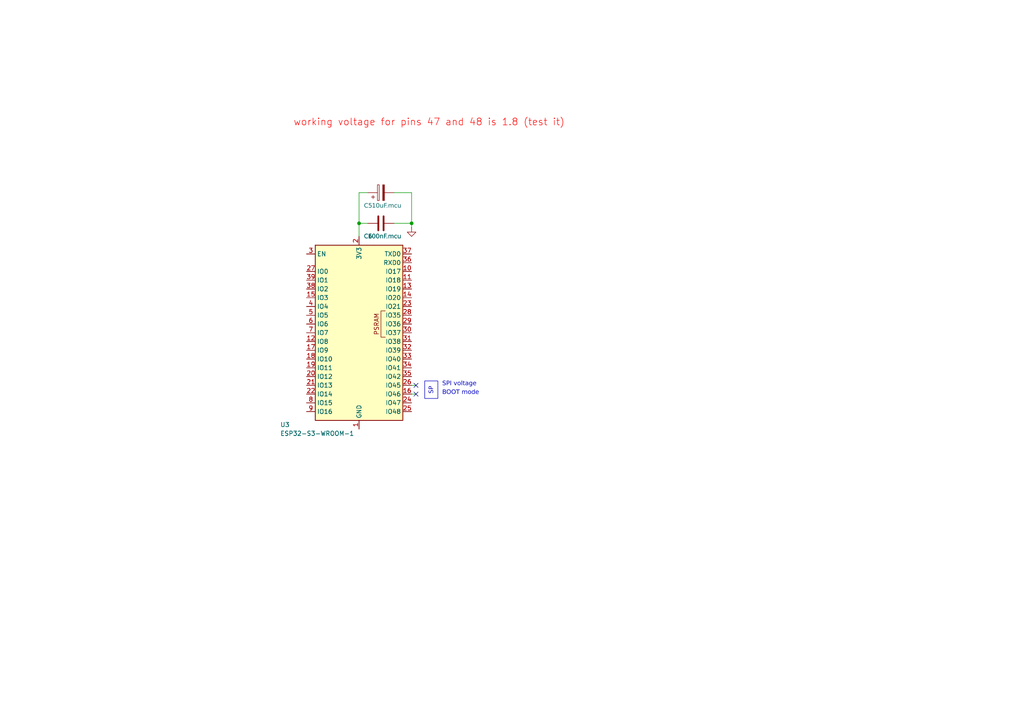
<source format=kicad_sch>
(kicad_sch (version 20231120) (generator "eeschema") (generator_version "8.0")
  (paper "A4")
  (title_block (title "SUMEC_MK_IV") (date "2024-07-01") (company "SPS NA PROSEKU") (comment 1 "SAVVA POPOV"))
  (lib_symbols
    (symbol "Device:C" (pin_numbers hide) (pin_names (offset 0.254))
      (property "Reference" "C" (at 0.635 2.54 0))
      (property "Value" "C" (at 0.635 -2.54 0))
      (symbol "C_0_1"
        (polyline (pts (xy -2.032 -0.762) (xy 2.032 -0.762)) (stroke (width 0.508)))
        (polyline (pts (xy -2.032 0.762) (xy 2.032 0.762)) (stroke (width 0.508)))
      )
      (symbol "C_1_1"
        (pin passive line (at 0 3.81 270) (length 2.794) (name "~") (number "1"))
        (pin passive line (at 0 -3.81 90) (length 2.794) (name "~") (number "2"))
      )
    )
    (symbol "Device:C_Polarized" (pin_numbers hide) (pin_names (offset 0.254))
      (property "Reference" "C" (at 0.635 2.54 0))
      (property "Value" "C_Polarized" (at 0.635 -2.54 0))
      (symbol "C_Polarized_0_1"
        (rectangle (start -2.286 0.508) (end 2.286 1.016))
        (polyline (pts (xy -1.778 2.286) (xy -0.762 2.286)))
        (polyline (pts (xy -1.27 2.794) (xy -1.27 1.778)))
        (rectangle (start 2.286 -0.508) (end -2.286 -1.016) (fill (type outline)))
      )
      (symbol "C_Polarized_1_1"
        (pin passive line (at 0 3.81 270) (length 2.794) (name "~") (number "1"))
        (pin passive line (at 0 -3.81 90) (length 2.794) (name "~") (number "2"))
      )
    )
    (symbol "Device:LED" (pin_numbers hide) (pin_names (offset 1.016) hide)
      (property "Reference" "D" (at 0 2.54 0))
      (property "Value" "LED" (at 0 -2.54 0))
      (symbol "LED_0_1"
        (polyline (pts (xy -1.27 -1.27) (xy -1.27 1.27)) (stroke (width 0.254)))
        (polyline (pts (xy -1.27 0) (xy 1.27 0)))
        (polyline (pts (xy 1.27 -1.27) (xy 1.27 1.27) (xy -1.27 0) (xy 1.27 -1.27)) (stroke (width 0.254)))
        (polyline (pts (xy -3.048 -0.762) (xy -4.572 -2.286) (xy -3.81 -2.286) (xy -4.572 -2.286) (xy -4.572 -1.524)))
        (polyline (pts (xy -1.778 -0.762) (xy -3.302 -2.286) (xy -2.54 -2.286) (xy -3.302 -2.286) (xy -3.302 -1.524)))
      )
      (symbol "LED_1_1"
        (pin passive line (at -3.81 0 0) (length 2.54) (name "K") (number "1"))
        (pin passive line (at 3.81 0 180) (length 2.54) (name "A") (number "2"))
      )
    )
    (symbol "Device:R" (pin_numbers hide) (pin_names (offset 0))
      (property "Reference" "R" (at 2.032 0 90))
      (property "Value" "R" (at 0 0 90))
      (symbol "R_0_1"
        (rectangle (start -1.016 -2.54) (end 1.016 2.54) (stroke (width 0.254)))
      )
      (symbol "R_1_1"
        (pin passive line (at 0 3.81 270) (length 1.27) (name "~") (number "1"))
        (pin passive line (at 0 -3.81 90) (length 1.27) (name "~") (number "2"))
      )
    )
    (symbol "GND_1" (power) (pin_numbers hide) (pin_names (offset 0) hide)
      (property "Value" "GND" (at 0 -3.81 0))
      (symbol "GND_1_0_1"
        (polyline (pts (xy 0 0) (xy 0 -1.27) (xy 1.27 -1.27) (xy 0 -2.54) (xy -1.27 -1.27) (xy 0 -1.27)))
      )
      (symbol "GND_1_1_1"
        (pin power_in line (at 0 0 270) (length 0) (name "~") (number "1"))
      )
    )
    (symbol "PCM_Espressif:ESP32-S3-WROOM-1" (pin_names (offset 1.016))
      (property "Reference" "U" (at -43.18 43.18 0))
      (property "Value" "ESP32-S3-WROOM-1" (at -43.18 40.64 0))
      (symbol "ESP32-S3-WROOM-1_0_0"
        (text "ESP32-S3-WROOM-1" (at -20.32 0 0) (effects (font (size 2.54 2.54))))
        (pin power_in line (at 0 -40.64 90) (length 2.54) (name "GND") (number "1"))
        (pin bidirectional line (at 45.72 -17.78 180) (length 2.54) (name "GPIO17/U1TXD/ADC2_CH6") (number "10"))
        (pin bidirectional line (at 45.72 -20.32 180) (length 2.54) (name "GPIO18/U1RXD/ADC2_CH7/CLK_OUT3") (number "11"))
        (pin bidirectional line (at 45.72 0 180) (length 2.54) (name "GPIO8/TOUCH8/ADC1_CH7/SUBSPICS1") (number "12"))
        (pin bidirectional line (at 45.72 25.4 180) (length 2.54) (name "GPIO19/U1RTS/ADC2_CH8/CLK_OUT2/USB_D-") (number "13"))
        (pin bidirectional line (at 45.72 27.94 180) (length 2.54) (name "GPIO20/U1CTS/ADC2_CH9/CLK_OUT1/USB_D+") (number "14"))
        (pin bidirectional line (at 45.72 12.7 180) (length 2.54) (name "GPIO3/TOUCH3/ADC1_CH2") (number "15"))
        (pin bidirectional line (at 45.72 -30.48 180) (length 2.54) (name "GPIO46") (number "16"))
        (pin bidirectional line (at 45.72 -2.54 180) (length 2.54) (name "GPIO9/TOUCH9/ADC1_CH8/FSPIHD/SUBSPIHD") (number "17"))
        (pin bidirectional line (at 45.72 -5.08 180) (length 2.54) (name "GPIO10/TOUCH10/ADC1_CH9/FSPICS0/FSPIIO4/SUBSPICS0") (number "18"))
        (pin bidirectional line (at 45.72 -7.62 180) (length 2.54) (name "GPIO11/TOUCH11/ADC2_CH0/FSPID/FSPIIO5/SUBSPID") (number "19"))
        (pin power_in line (at 0 40.64 270) (length 2.54) (name "3V3") (number "2"))
        (pin bidirectional line (at 45.72 -10.16 180) (length 2.54) (name "GPIO12/TOUCH12/ADC2_CH1/FSPICLK/FSPIIO6/SUBSPICLK") (number "20"))
        (pin bidirectional line (at 45.72 -12.7 180) (length 2.54) (name "GPIO13/TOUCH13/ADC2_CH2/FSPIQ/FSPIIO7/SUBSPIQ") (number "21"))
        (pin bidirectional line (at 45.72 -15.24 180) (length 2.54) (name "GPIO14/TOUCH14/ADC2_CH3/FSPIWP/FSPIDQS/SUBSPIWP") (number "22"))
        (pin bidirectional line (at 45.72 -22.86 180) (length 2.54) (name "GPIO21") (number "23"))
        (pin bidirectional line (at 45.72 -33.02 180) (length 2.54) (name "GPIO47/SPICLK_P/SUBSPICLK_P_DIFF") (number "24"))
        (pin bidirectional line (at 45.72 -35.56 180) (length 2.54) (name "GPIO48/SPICLK_N/SUBSPICLK_N_DIFF") (number "25"))
        (pin bidirectional line (at 45.72 -27.94 180) (length 2.54) (name "GPIO45") (number "26"))
        (pin bidirectional line (at 45.72 20.32 180) (length 2.54) (name "GPIO0/BOOT") (number "27"))
        (pin bidirectional line (at -45.72 -30.48 0) (length 2.54) (name "SPIIO6/GPIO35/FSPID/SUBSPID") (number "28"))
        (pin bidirectional line (at -45.72 -33.02 0) (length 2.54) (name "SPIIO7/GPIO36/FSPICLK/SUBSPICLK") (number "29"))
        (pin input line (at -45.72 35.56 0) (length 2.54) (name "EN") (number "3"))
        (pin bidirectional line (at -45.72 -35.56 0) (length 2.54) (name "SPIDQS/GPIO37/FSPIQ/SUBSPIQ") (number "30"))
        (pin bidirectional line (at 45.72 -25.4 180) (length 2.54) (name "GPIO38/FSPIWP/SUBSPIWP") (number "31"))
        (pin bidirectional line (at -45.72 20.32 0) (length 2.54) (name "MTCK/GPIO39/CLK_OUT3/SUBSPICS1") (number "32"))
        (pin bidirectional line (at -45.72 17.78 0) (length 2.54) (name "MTDO/GPIO40/CLK_OUT2") (number "33"))
        (pin bidirectional line (at -45.72 15.24 0) (length 2.54) (name "MTDI/GPIO41/CLK_OUT1") (number "34"))
        (pin bidirectional line (at -45.72 12.7 0) (length 2.54) (name "MTMS/GPIO42") (number "35"))
        (pin bidirectional line (at 45.72 33.02 180) (length 2.54) (name "U0RXD/GPIO44/CLK_OUT2") (number "36"))
        (pin bidirectional line (at 45.72 35.56 180) (length 2.54) (name "U0TXD/GPIO43/CLK_OUT1") (number "37"))
        (pin bidirectional line (at 45.72 15.24 180) (length 2.54) (name "GPIO2/TOUCH2/ADC1_CH1") (number "38"))
        (pin bidirectional line (at 45.72 17.78 180) (length 2.54) (name "GPIO1/TOUCH1/ADC1_CH0") (number "39"))
        (pin bidirectional line (at 45.72 10.16 180) (length 2.54) (name "GPIO4/TOUCH4/ADC1_CH3") (number "4"))
        (pin passive line (at 0 -40.64 90) (length 2.54) hide (name "GND") (number "40"))
        (pin passive line (at 0 -40.64 90) (length 2.54) hide (name "GND") (number "41"))
        (pin bidirectional line (at 45.72 7.62 180) (length 2.54) (name "GPIO5/TOUCH5/ADC1_CH4") (number "5"))
        (pin bidirectional line (at 45.72 5.08 180) (length 2.54) (name "GPIO6/TOUCH6/ADC1_CH5") (number "6"))
        (pin bidirectional line (at 45.72 2.54 180) (length 2.54) (name "GPIO7/TOUCH7/ADC1_CH6") (number "7"))
        (pin bidirectional line (at -45.72 27.94 0) (length 2.54) (name "GPIO15/U0RTS/ADC2_CH4/XTAL_32K_P") (number "8"))
        (pin bidirectional line (at -45.72 25.4 0) (length 2.54) (name "GPIO16/U0CTS/ADC2_CH5/XTAL_32K_N") (number "9"))
      )
      (symbol "ESP32-S3-WROOM-1_0_1"
        (rectangle (start -43.18 38.1) (end 43.18 -38.1) (fill (type background)))
      )
    )
    (symbol "RF_Module:ESP32-S3-WROOM-1"
      (property "Reference" "U" (at -12.7 26.67 0))
      (property "Value" "ESP32-S3-WROOM-1" (at 12.7 26.67 0))
      (symbol "ESP32-S3-WROOM-1_0_0"
        (rectangle (start -12.7 25.4) (end 12.7 -25.4) (stroke (width 0.254)) (fill (type background)))
        (text "PSRAM" (at 5.08 2.54 900) (effects (font (size 1.27 1.27))))
      )
      (symbol "ESP32-S3-WROOM-1_0_1"
        (polyline (pts (xy 7.62 -1.27) (xy 6.35 -1.27) (xy 6.35 6.35) (xy 7.62 6.35)))
      )
      (symbol "ESP32-S3-WROOM-1_1_1"
        (pin power_in line (at 0 -27.94 90) (length 2.54) (name "GND") (number "1"))
        (pin bidirectional line (at 15.24 17.78 180) (length 2.54) (name "IO17") (number "10"))
        (pin bidirectional line (at 15.24 15.24 180) (length 2.54) (name "IO18") (number "11"))
        (pin bidirectional line (at -15.24 -2.54 0) (length 2.54) (name "IO8") (number "12"))
        (pin bidirectional line (at 15.24 12.7 180) (length 2.54) (name "IO19") (number "13"))
        (pin bidirectional line (at 15.24 10.16 180) (length 2.54) (name "IO20") (number "14"))
        (pin bidirectional line (at -15.24 10.16 0) (length 2.54) (name "IO3") (number "15"))
        (pin bidirectional line (at 15.24 -17.78 180) (length 2.54) (name "IO46") (number "16"))
        (pin bidirectional line (at -15.24 -5.08 0) (length 2.54) (name "IO9") (number "17"))
        (pin bidirectional line (at -15.24 -7.62 0) (length 2.54) (name "IO10") (number "18"))
        (pin bidirectional line (at -15.24 -10.16 0) (length 2.54) (name "IO11") (number "19"))
        (pin power_in line (at 0 27.94 270) (length 2.54) (name "3V3") (number "2"))
        (pin bidirectional line (at -15.24 -12.7 0) (length 2.54) (name "IO12") (number "20"))
        (pin bidirectional line (at -15.24 -15.24 0) (length 2.54) (name "IO13") (number "21"))
        (pin bidirectional line (at -15.24 -17.78 0) (length 2.54) (name "IO14") (number "22"))
        (pin bidirectional line (at 15.24 7.62 180) (length 2.54) (name "IO21") (number "23"))
        (pin bidirectional line (at 15.24 -20.32 180) (length 2.54) (name "IO47") (number "24"))
        (pin bidirectional line (at 15.24 -22.86 180) (length 2.54) (name "IO48") (number "25"))
        (pin bidirectional line (at 15.24 -15.24 180) (length 2.54) (name "IO45") (number "26"))
        (pin bidirectional line (at -15.24 17.78 0) (length 2.54) (name "IO0") (number "27"))
        (pin bidirectional line (at 15.24 5.08 180) (length 2.54) (name "IO35") (number "28"))
        (pin bidirectional line (at 15.24 2.54 180) (length 2.54) (name "IO36") (number "29"))
        (pin input line (at -15.24 22.86 0) (length 2.54) (name "EN") (number "3"))
        (pin bidirectional line (at 15.24 0 180) (length 2.54) (name "IO37") (number "30"))
        (pin bidirectional line (at 15.24 -2.54 180) (length 2.54) (name "IO38") (number "31"))
        (pin bidirectional line (at 15.24 -5.08 180) (length 2.54) (name "IO39") (number "32"))
        (pin bidirectional line (at 15.24 -7.62 180) (length 2.54) (name "IO40") (number "33"))
        (pin bidirectional line (at 15.24 -10.16 180) (length 2.54) (name "IO41") (number "34"))
        (pin bidirectional line (at 15.24 -12.7 180) (length 2.54) (name "IO42") (number "35"))
        (pin bidirectional line (at 15.24 20.32 180) (length 2.54) (name "RXD0") (number "36"))
        (pin bidirectional line (at 15.24 22.86 180) (length 2.54) (name "TXD0") (number "37"))
        (pin bidirectional line (at -15.24 12.7 0) (length 2.54) (name "IO2") (number "38"))
        (pin bidirectional line (at -15.24 15.24 0) (length 2.54) (name "IO1") (number "39"))
        (pin bidirectional line (at -15.24 7.62 0) (length 2.54) (name "IO4") (number "4"))
        (pin passive line (at 0 -27.94 90) (length 2.54) hide (name "GND") (number "40"))
        (pin passive line (at 0 -27.94 90) (length 2.54) hide (name "GND") (number "41"))
        (pin bidirectional line (at -15.24 5.08 0) (length 2.54) (name "IO5") (number "5"))
        (pin bidirectional line (at -15.24 2.54 0) (length 2.54) (name "IO6") (number "6"))
        (pin bidirectional line (at -15.24 0 0) (length 2.54) (name "IO7") (number "7"))
        (pin bidirectional line (at -15.24 -20.32 0) (length 2.54) (name "IO15") (number "8"))
        (pin bidirectional line (at -15.24 -22.86 0) (length 2.54) (name "IO16") (number "9"))
      )
    )
    (symbol "power:+12V" (power) (pin_names (offset 0))
      (property "Value" "+12V" (at 0 3.556 0))
      (symbol "+12V_0_1"
        (polyline (pts (xy -0.762 1.27) (xy 0 2.54)))
        (polyline (pts (xy 0 0) (xy 0 2.54)))
        (polyline (pts (xy 0 2.54) (xy 0.762 1.27)))
      )
      (symbol "+12V_1_1"
        (pin power_in line (at 0 0 90) (length 0) hide (name "+12V") (number "1"))
      )
    )
    (symbol "power:+3V3" (power) (pin_names (offset 0))
      (property "Value" "+3V3" (at 0 3.556 0))
      (symbol "+3V3_0_1"
        (polyline (pts (xy -0.762 1.27) (xy 0 2.54)))
        (polyline (pts (xy 0 0) (xy 0 2.54)))
        (polyline (pts (xy 0 2.54) (xy 0.762 1.27)))
      )
      (symbol "+3V3_1_1"
        (pin power_in line (at 0 0 90) (length 0) hide (name "+3V3") (number "1"))
      )
    )
    (symbol "power:GND" (power) (pin_names (offset 0))
      (property "Value" "GND" (at 0 -3.81 0))
      (symbol "GND_0_1"
        (polyline (pts (xy 0 0) (xy 0 -1.27) (xy 1.27 -1.27) (xy 0 -2.54) (xy -1.27 -1.27) (xy 0 -1.27)))
      )
      (symbol "GND_1_1"
        (pin power_in line (at 0 0 270) (length 0) hide (name "GND") (number "1"))
      )
    )
  )
  (junction (at -121.92 78.74))
  (junction (at 104.14 64.77))
  (junction (at 119.38 64.77))
  (junction (at -121.92 66.04))
  (junction (at -113.03 78.74))
  (no_connect (at -46.99 119.38))
  (no_connect (at -46.99 152.4))
  (no_connect (at 120.65 114.3))
  (no_connect (at -143.51 106.68))
  (no_connect (at -46.99 116.84))
  (no_connect (at -46.99 114.3))
  (no_connect (at -143.51 93.98))
  (no_connect (at -143.51 154.94))
  (no_connect (at -46.99 109.22))
  (no_connect (at -143.51 104.14))
  (no_connect (at -143.51 157.48))
  (no_connect (at 120.65 111.76))
  (no_connect (at -46.99 149.86))
  (no_connect (at -143.51 101.6))
  (no_connect (at -46.99 104.14))
  (no_connect (at -46.99 86.36))
  (no_connect (at -46.99 88.9))
  (no_connect (at -46.99 111.76))
  (no_connect (at -143.51 109.22))
  (wire (pts (xy -203.2 109.22) (xy -203.2 113.03)))
  (wire (pts (xy -121.92 78.74) (xy -124.46 78.74)))
  (wire (pts (xy 119.38 66.04) (xy 119.38 64.77)))
  (wire (pts (xy -46.99 152.4) (xy -49.53 152.4)))
  (wire (pts (xy -49.53 106.68) (xy -45.72 106.68)))
  (wire (pts (xy -49.53 96.52) (xy -45.72 96.52)))
  (wire (pts (xy -45.72 147.32) (xy -49.53 147.32)))
  (wire (pts (xy -144.78 86.36) (xy -140.97 86.36)))
  (wire (pts (xy -143.51 106.68) (xy -140.97 106.68)))
  (wire (pts (xy -49.53 134.62) (xy -45.72 134.62)))
  (wire (pts (xy -49.53 142.24) (xy -45.72 142.24)))
  (wire (pts (xy -143.51 157.48) (xy -140.97 157.48)))
  (wire (pts (xy -143.51 101.6) (xy -140.97 101.6)))
  (wire (pts (xy -203.2 132.08) (xy -203.2 137.16)))
  (wire (pts (xy -95.25 78.74) (xy -95.25 81.28)))
  (wire (pts (xy -49.53 137.16) (xy -45.72 137.16)))
  (wire (pts (xy -186.69 120.65) (xy -186.69 124.46)))
  (polyline (pts (xy -12.7 184.15) (xy -264.16 184.15)))
  (polyline (pts (xy -264.16 21.59) (xy -12.7 21.59)))
  (wire (pts (xy -113.03 78.74) (xy -113.03 76.2)))
  (wire (pts (xy -45.72 144.78) (xy -49.53 144.78)))
  (wire (pts (xy -49.53 121.92) (xy -45.72 121.92)))
  (wire (pts (xy -113.03 66.04) (xy -121.92 66.04)))
  (wire (pts (xy 119.38 114.3) (xy 120.65 114.3)))
  (wire (pts (xy -49.53 127) (xy -45.72 127)))
  (wire (pts (xy -46.99 109.22) (xy -49.53 109.22)))
  (wire (pts (xy -121.92 68.58) (xy -121.92 66.04)))
  (wire (pts (xy -49.53 132.08) (xy -45.72 132.08)))
  (wire (pts (xy -219.71 132.08) (xy -219.71 137.16)))
  (wire (pts (xy -113.03 78.74) (xy -121.92 78.74)))
  (wire (pts (xy -49.53 93.98) (xy -45.72 93.98)))
  (wire (pts (xy -46.99 149.86) (xy -49.53 149.86)))
  (wire (pts (xy -49.53 157.48) (xy -45.72 157.48)))
  (wire (pts (xy -49.53 116.84) (xy -46.99 116.84)))
  (wire (pts (xy -219.71 109.22) (xy -219.71 113.03)))
  (wire (pts (xy -113.03 68.58) (xy -113.03 66.04)))
  (wire (pts (xy -45.72 101.6) (xy -49.53 101.6)))
  (wire (pts (xy -144.78 96.52) (xy -140.97 96.52)))
  (wire (pts (xy 104.14 55.88) (xy 106.68 55.88)))
  (wire (pts (xy -46.99 114.3) (xy -49.53 114.3)))
  (wire (pts (xy -49.53 139.7) (xy -45.72 139.7)))
  (wire (pts (xy -49.53 129.54) (xy -45.72 129.54)))
  (wire (pts (xy -49.53 154.94) (xy -45.72 154.94)))
  (wire (pts (xy 119.38 111.76) (xy 120.65 111.76)))
  (wire (pts (xy -186.69 109.22) (xy -186.69 113.03)))
  (wire (pts (xy -49.53 86.36) (xy -46.99 86.36)))
  (wire (pts (xy -49.53 104.14) (xy -46.99 104.14)))
  (wire (pts (xy -49.53 88.9) (xy -46.99 88.9)))
  (wire (pts (xy -46.99 111.76) (xy -49.53 111.76)))
  (wire (pts (xy -121.92 78.74) (xy -121.92 76.2)))
  (wire (pts (xy -203.2 120.65) (xy -203.2 124.46)))
  (wire (pts (xy -219.71 120.65) (xy -219.71 124.46)))
  (wire (pts (xy -186.69 132.08) (xy -186.69 137.16)))
  (wire (pts (xy 104.14 55.88) (xy 104.14 64.77)))
  (wire (pts (xy 106.68 64.77) (xy 104.14 64.77)))
  (wire (pts (xy -143.51 109.22) (xy -140.97 109.22)))
  (wire (pts (xy -146.05 152.4) (xy -140.97 152.4)))
  (wire (pts (xy -121.92 66.04) (xy -121.92 63.5)))
  (wire (pts (xy 114.3 64.77) (xy 119.38 64.77)))
  (wire (pts (xy -95.25 78.74) (xy -113.03 78.74)))
  (wire (pts (xy 119.38 55.88) (xy 119.38 64.77)))
  (wire (pts (xy -49.53 119.38) (xy -46.99 119.38)))
  (polyline (pts (xy -12.7 21.59) (xy -12.7 184.15)))
  (wire (pts (xy -143.51 104.14) (xy -140.97 104.14)))
  (wire (pts (xy -143.51 154.94) (xy -140.97 154.94)))
  (wire (pts (xy -49.53 124.46) (xy -45.72 124.46)))
  (wire (pts (xy -95.25 163.83) (xy -95.25 162.56)))
  (wire (pts (xy 104.14 64.77) (xy 104.14 68.58)))
  (wire (pts (xy 114.3 55.88) (xy 119.38 55.88)))
  (polyline (pts (xy -264.16 21.59) (xy -264.16 184.15)))
  (wire (pts (xy -143.51 93.98) (xy -140.97 93.98)))
  (text_box "ADC1" (at -27.94 102.87 90) (size 3.81 22.86) (effects (font (size 1.27 1.27))))
  (text_box "SP" (at 123.19 110.49 90) (size 3.81 5.08) (effects (font (size 1.27 1.27))))
  (text_box "I2C" (at -27.94 138.43 90) (size 3.81 5.08) (effects (font (size 1.27 1.27))))
  (text_box "SP" (at -45.72 148.59 90) (size 3.81 5.08) (effects (font (size 1.27 1.27))))
  (text_box "SP" (at -45.72 107.95 90) (size 3.81 2.54) (effects (font (size 1.27 1.27))))
  (text_box "USB" (at -27.94 92.71 90) (size 3.81 5.08) (effects (font (size 1.27 1.27))))
  (text "ESP32-S3 Datasheet" (at -259.08 92.71 0) (effects (font (size 5 5) (thickness 1) (bold yes)) (justify left bottom)))
  (text "BOOT mode" (at -40.64 153.67 0) (effects (font (size 1.27 1.27)) (justify left bottom)))
  (text "working voltage for pins 47 and 48 is 1.8 (test it)" (at 124.46 35.56 0) (effects (font (size 2 2))))
  (text "ESP32: Only pins that support both input & output have integrated pull-up and pull-down resistors. \nInput-only GPIOs 34-39 do not." (at -259.08 81.28 0) (effects (font (size 1.5 1.5)) (justify left bottom)))
  (text "* Strapping Pins = SP" (at -73.66 163.83 0) (effects (font (size 1.27 1.27) (thickness 0.254) (bold yes)) (justify left bottom)))
  (text "ESP32 - S3 - WROOM1" (at -264.16 19.05 0) (effects (font (size 5 5) (bold yes)) (justify left bottom)))
  (text "Status LED1" (at -217.17 107.95 0) (effects (font (size 1.27 1.27)) (justify left bottom)))
  (text "Typically these can be used, but you need to make sure they are not in the wrong state during boot.\n\ngpio.0 Boot Mode. Weak pullup during reset. (Boot Mode 0=Boot from Flash, 1=Download)\ngpio.3 JTAG Mode. Weak pull down during reset. (JTAG Config)\ngpio.45 SPI voltage. Weak pull down during reset. (SPI Voltage 0=3.3v 1=1.8v)\ngpio.46 Boot mode. Weak pull down during reset. (Enabling/Disabling ROM Messages Print During Booting)" (at -259.08 73.66 0) (effects (font (size 1.5 1.5)) (justify left bottom)))
  (text "Default Configuration of Strapping Pins\n\nStrapping Pin	Default Configuration		Bit Value\nGPIO0 			Pull-up						1\nGPIO3			Floating						-\nGPIO45			Pull-down					0\nGPIO46			Pull-down					0" (at -259.08 57.15 0) (effects (font (size 1.5 1.5)) (justify left bottom)))
  (text "SPI voltage" (at 128.27 111.76 0) (effects (font (size 1.27 1.27)) (justify left)))
  (text "GPIO0, GPIO45, and GPIO46 are connected to the chip's internal weak pull-up/pull-down resistors at chip reset.\nThese resistors determine the default bit values of the strapping pins. Also, these resistors determine the bit\nvalues if the strapping pins are connected to an external high-impedance circuit." (at -259.08 38.1 0) (effects (font (size 1.5 1.5)) (justify left bottom)))
  (text "Status LED2" (at -199.39 107.95 0) (effects (font (size 1.27 1.27)) (justify left bottom)))
  (text "SPI voltage" (at -40.64 151.13 0) (effects (font (size 1.27 1.27)) (justify left bottom)))
  (text "Battery power" (at -182.88 107.95 0) (effects (font (size 1.27 1.27)) (justify left bottom)))
  (text "BOOT mode" (at 128.27 114.3 0) (effects (font (size 1.27 1.27)) (justify left)))
  (text "PINOUT INPSECTED" (at -261.62 181.61 0) (effects (font (size 2 2) (thickness 0.4) (bold yes)) (justify left bottom)))
  (text "GPIO0 has an internal pullup resistor, so if it is left unconnected then it will pull high." (at -259.08 29.21 0) (effects (font (size 1.5 1.5)) (justify left bottom)))
  (text "JTAG mode" (at -40.64 110.49 0) (effects (font (size 1.27 1.27)) (justify left bottom)))
  (global_label "TEST PROGRAM" (shape input) (at -45.72 106.68 0) (effects (font (size 1 1))) (property "Intersheetrefs" "${INTERSHEET_REFS}" (effects (hide yes))))
  (global_label "PWM1" (shape input) (at -45.72 137.16 0) (effects (font (size 1 1))) (property "Intersheetrefs" "${INTERSHEET_REFS}" (effects (hide yes))))
  (global_label "SHARP 2" (shape input) (at -146.05 152.4 180) (effects (font (size 1 1))) (property "Intersheetrefs" "${INTERSHEET_REFS}" (effects (hide yes))))
  (global_label "PWM2" (shape input) (at -45.72 144.78 0) (effects (font (size 1 1))) (property "Intersheetrefs" "${INTERSHEET_REFS}" (effects (hide yes))))
  (global_label "nSLEEP" (shape input) (at -45.72 129.54 0) (effects (font (size 1 1))) (property "Intersheetrefs" "${INTERSHEET_REFS}" (effects (hide yes))))
  (global_label "SHARP 1" (shape input) (at -144.78 96.52 180) (effects (font (size 1 1))) (property "Intersheetrefs" "${INTERSHEET_REFS}" (effects (hide yes))))
  (global_label "LED1" (shape input) (at -45.72 154.94 0) (effects (font (size 1 1))) (property "Intersheetrefs" "${INTERSHEET_REFS}" (effects (hide yes))))
  (global_label "IN2" (shape input) (at -45.72 134.62 0) (effects (font (size 1 1))) (property "Intersheetrefs" "${INTERSHEET_REFS}" (effects (hide yes))))
  (global_label "EN" (shape input) (at -144.78 86.36 180) (effects (font (size 1 1))) (property "Intersheetrefs" "${INTERSHEET_REFS}" (effects (hide yes))))
  (global_label "LED1" (shape input) (at -219.71 109.22 90) (effects (font (size 1 1))) (property "Intersheetrefs" "${INTERSHEET_REFS}" (effects (hide yes))))
  (global_label "D+" (shape input) (at -45.72 93.98 0) (effects (font (size 1 1))) (property "Intersheetrefs" "${INTERSHEET_REFS}" (effects (hide yes))))
  (global_label "QRE1113 A" (shape input) (at -45.72 124.46 0) (effects (font (size 1 1))) (property "Intersheetrefs" "${INTERSHEET_REFS}" (effects (hide yes))))
  (global_label "D-" (shape input) (at -45.72 96.52 0) (effects (font (size 1 1))) (property "Intersheetrefs" "${INTERSHEET_REFS}" (effects (hide yes))))
  (global_label "QRE1113 C" (shape input) (at -45.72 121.92 0) (effects (font (size 1 1))) (property "Intersheetrefs" "${INTERSHEET_REFS}" (effects (hide yes))))
  (global_label "IR MODULE" (shape input) (at -45.72 147.32 0) (effects (font (size 1 1))) (property "Intersheetrefs" "${INTERSHEET_REFS}" (effects (hide yes))))
  (global_label "LED2" (shape input) (at -203.2 109.22 90) (effects (font (size 1 1))) (property "Intersheetrefs" "${INTERSHEET_REFS}" (effects (hide yes))))
  (global_label "BOOT" (shape input) (at -45.72 101.6 0) (effects (font (size 1 1))) (property "Intersheetrefs" "${INTERSHEET_REFS}" (effects (hide yes))))
  (global_label "IN1" (shape input) (at -45.72 132.08 0) (effects (font (size 1 1))) (property "Intersheetrefs" "${INTERSHEET_REFS}" (effects (hide yes))))
  (global_label "SCL" (shape input) (at -45.72 139.7 0) (effects (font (size 1 1))) (property "Intersheetrefs" "${INTERSHEET_REFS}" (effects (hide yes))))
  (global_label "LED2" (shape input) (at -45.72 157.48 0) (effects (font (size 1 1))) (property "Intersheetrefs" "${INTERSHEET_REFS}" (effects (hide yes))))
  (global_label "SDA" (shape input) (at -45.72 142.24 0) (effects (font (size 1 1))) (property "Intersheetrefs" "${INTERSHEET_REFS}" (effects (hide yes))))
  (global_label "QRE1113 B" (shape input) (at -45.72 127 0) (effects (font (size 1 1))) (property "Intersheetrefs" "${INTERSHEET_REFS}" (effects (hide yes))))
  (symbol (lib_id "Device:LED") (at -219.71 116.84 90) (unit 1)
    (property "Reference" "D1" (at -215.9 117.7925 90) (effects (justify right)))
    (property "Value" "LED" (at -215.9 120.3325 90) (effects (justify right)))
    (property "Footprint" "LED_SMD:LED_0805_2012Metric_Pad1.15x1.40mm_HandSolder" (effects (hide yes)))
  )
  (symbol (lib_id "RF_Module:ESP32-S3-WROOM-1") (at 104.14 96.52 0) (unit 1)
    (property "Reference" "U3" (at 81.28 123.19 0) (effects (justify left)))
    (property "Value" "ESP32-S3-WROOM-1" (at 81.28 125.73 0) (effects (justify left)))
    (property "Footprint" "RF_Module:ESP32-S3-WROOM-1" (effects (hide yes)))
    (property "Datasheet" "https://www.espressif.com/sites/default/files/documentation/esp32-s3-wroom-1_wroom-1u_datasheet_en.pdf" (effects (hide yes)))
    (property "Description" "RF Module, ESP32-S3 SoC, Wi-Fi 802.11b/g/n, Bluetooth, BLE, 32-bit, 3.3V, onboard antenna, SMD" (effects (hide yes)))
  )
  (symbol (lib_id "Device:LED") (at -186.69 116.84 90) (unit 1)
    (property "Reference" "D3" (at -182.88 117.7925 90) (effects (justify right)))
    (property "Value" "LED" (at -182.88 120.3325 90) (effects (justify right)))
    (property "Footprint" "LED_SMD:LED_0805_2012Metric_Pad1.15x1.40mm_HandSolder" (effects (hide yes)))
  )
  (symbol (lib_id "power:GND") (at -121.92 63.5 180) (unit 1)
    (property "Reference" "#PWR07" (effects (hide yes)))
    (property "Value" "GND" (at -121.92 58.42 0))
  )
  (symbol (lib_id "Device:C") (at -113.03 72.39 0) (mirror x) (unit 1)
    (property "Reference" "C4" (at -109.22 72.39 0) (effects (justify left)))
    (property "Value" "100nF.mcu" (at -109.22 69.85 0) (effects (justify left)))
    (property "Footprint" "Capacitor_SMD:C_0805_2012Metric_Pad1.18x1.45mm_HandSolder" (effects (hide yes)))
  )
  (symbol (lib_id "power:GND") (at -186.69 137.16 0) (unit 1)
    (property "Reference" "#PWR05" (effects (hide yes)))
    (property "Value" "GND" (at -186.69 142.24 0))
  )
  (symbol (lib_id "power:+3V3") (at -124.46 78.74 90) (unit 1)
    (property "Reference" "#PWR06" (effects (hide yes)))
    (property "Value" "+3V3" (at -128.27 78.74 90) (effects (justify left)))
  )
  (symbol (lib_id "Device:R") (at -219.71 128.27 0) (unit 1)
    (property "Reference" "R1" (at -217.17 127 0) (effects (justify left)))
    (property "Value" "100R" (at -217.17 129.54 0) (effects (justify left)))
    (property "Footprint" "Resistor_SMD:R_0805_2012Metric_Pad1.20x1.40mm_HandSolder" (effects (hide yes)))
  )
  (symbol (lib_id "PCM_Espressif:ESP32-S3-WROOM-1") (at -95.25 121.92 0) (unit 1)
    (property "Reference" "U2" (at -93.2941 80.01 0) (effects (justify left)))
    (property "Value" "ESP32-S3-WROOM-1" (at -93.2941 82.55 0) (effects (justify left)))
    (property "Footprint" "PCM_Espressif:ESP32-S3-WROOM-1" (effects (hide yes)))
    (property "Datasheet" "https://www.espressif.com/sites/default/files/documentation/esp32-s3-wroom-1_wroom-1u_datasheet_en.pdf" (effects (hide yes)))
  )
  (symbol (lib_id "Device:R") (at -186.69 128.27 0) (unit 1)
    (property "Reference" "R3" (at -184.15 127 0) (effects (justify left)))
    (property "Value" "560R" (at -184.15 129.54 0) (effects (justify left)))
    (property "Footprint" "Resistor_SMD:R_0805_2012Metric_Pad1.20x1.40mm_HandSolder" (effects (hide yes)))
  )
  (symbol (lib_id "power:GND") (at -203.2 137.16 0) (unit 1)
    (property "Reference" "#PWR03" (effects (hide yes)))
    (property "Value" "GND" (at -203.2 142.24 0))
  )
  (symbol (lib_id "power:GND") (at -219.71 137.16 0) (unit 1)
    (property "Reference" "#PWR01" (effects (hide yes)))
    (property "Value" "GND" (at -219.71 142.24 0))
  )
  (symbol (lib_id "power:GND") (at -95.25 163.83 0) (unit 1)
    (property "Reference" "#PWR08" (effects (hide yes)))
    (property "Value" "GND" (at -95.25 168.91 0))
  )
  (symbol (lib_id "Device:C_Polarized") (at 110.49 55.88 90) (unit 1)
    (property "Reference" "C5" (at 107.95 59.69 90) (effects (justify left)))
    (property "Value" "10uF.mcu" (at 116.84 59.69 90) (effects (justify left)))
    (property "Footprint" "Capacitor_Tantalum_SMD:CP_EIA-3216-18_Kemet-A_Pad1.58x1.35mm_HandSolder" (effects (hide yes)))
  )
  (symbol (lib_id "Device:C_Polarized") (at -121.92 72.39 180) (unit 1)
    (property "Reference" "C3" (at -125.73 72.39 0) (effects (justify left)))
    (property "Value" "10uF.mcu" (at -125.73 69.85 0) (effects (justify left)))
    (property "Footprint" "Capacitor_Tantalum_SMD:CP_EIA-3216-18_Kemet-A_Pad1.58x1.35mm_HandSolder" (effects (hide yes)))
  )
  (symbol (lib_id "Device:LED") (at -203.2 116.84 90) (unit 1)
    (property "Reference" "D2" (at -199.39 117.7925 90) (effects (justify right)))
    (property "Value" "LED" (at -199.39 120.3325 90) (effects (justify right)))
    (property "Footprint" "LED_SMD:LED_0805_2012Metric_Pad1.15x1.40mm_HandSolder" (effects (hide yes)))
  )
  (symbol (lib_id "Device:R") (at -203.2 128.27 0) (unit 1)
    (property "Reference" "R2" (at -200.66 127 0) (effects (justify left)))
    (property "Value" "100R" (at -200.66 129.54 0) (effects (justify left)))
    (property "Footprint" "Resistor_SMD:R_0805_2012Metric_Pad1.20x1.40mm_HandSolder" (effects (hide yes)))
  )
  (symbol (lib_id "power:+12V") (at -186.69 109.22 0) (mirror y) (unit 1)
    (property "Reference" "#PWR04" (effects (hide yes)))
    (property "Value" "+12V" (at -186.69 105.41 0))
  )
  (symbol (lib_name "GND_1") (lib_id "power:GND") (at 119.38 66.04 0) (unit 1)
    (property "Reference" "#PWR09" (effects (hide yes)))
    (property "Value" "GND" (effects (hide yes)))
    (property "Description" "Power symbol creates a global label with name \"GND\" , ground" (effects (hide yes)))
  )
  (symbol (lib_id "Device:C") (at 110.49 64.77 90) (mirror x) (unit 1)
    (property "Reference" "C6" (at 107.95 68.58 90) (effects (justify left)))
    (property "Value" "100nF.mcu" (at 116.84 68.58 90) (effects (justify left)))
    (property "Footprint" "Capacitor_SMD:C_0805_2012Metric_Pad1.18x1.45mm_HandSolder" (effects (hide yes)))
  )
)
</source>
